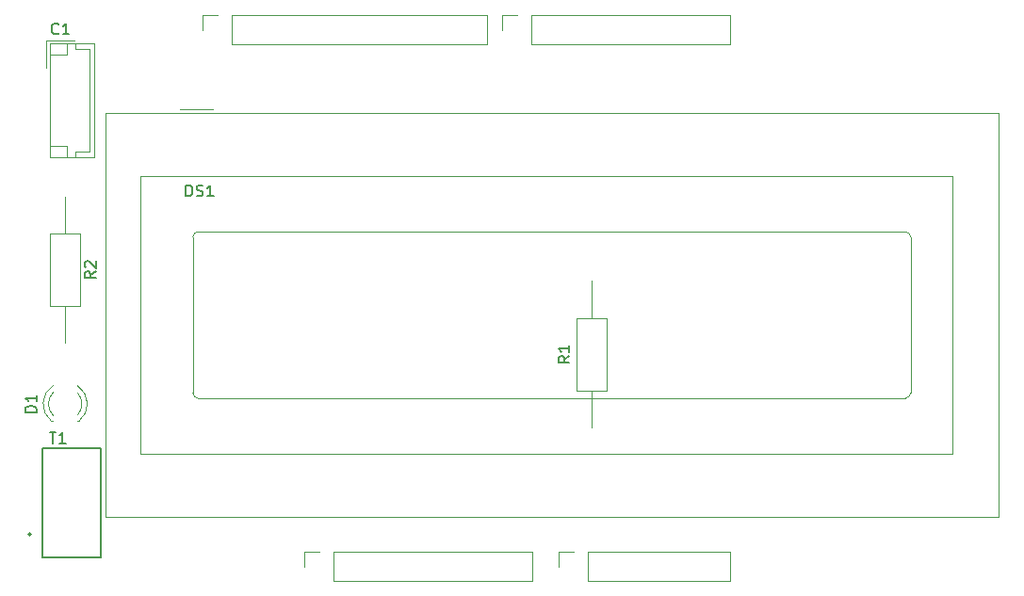
<source format=gbr>
%TF.GenerationSoftware,KiCad,Pcbnew,(7.0.0)*%
%TF.CreationDate,2023-06-18T11:15:54+02:00*%
%TF.ProjectId,Arduino_Shield_STATION-METEO,41726475-696e-46f5-9f53-6869656c645f,rev?*%
%TF.SameCoordinates,Original*%
%TF.FileFunction,Legend,Top*%
%TF.FilePolarity,Positive*%
%FSLAX46Y46*%
G04 Gerber Fmt 4.6, Leading zero omitted, Abs format (unit mm)*
G04 Created by KiCad (PCBNEW (7.0.0)) date 2023-06-18 11:15:54*
%MOMM*%
%LPD*%
G01*
G04 APERTURE LIST*
%ADD10C,0.150000*%
%ADD11C,0.120000*%
%ADD12C,0.152400*%
G04 APERTURE END LIST*
D10*
%TO.C,C1*%
X104488333Y-49512142D02*
X104440714Y-49559761D01*
X104440714Y-49559761D02*
X104297857Y-49607380D01*
X104297857Y-49607380D02*
X104202619Y-49607380D01*
X104202619Y-49607380D02*
X104059762Y-49559761D01*
X104059762Y-49559761D02*
X103964524Y-49464523D01*
X103964524Y-49464523D02*
X103916905Y-49369285D01*
X103916905Y-49369285D02*
X103869286Y-49178809D01*
X103869286Y-49178809D02*
X103869286Y-49035952D01*
X103869286Y-49035952D02*
X103916905Y-48845476D01*
X103916905Y-48845476D02*
X103964524Y-48750238D01*
X103964524Y-48750238D02*
X104059762Y-48655000D01*
X104059762Y-48655000D02*
X104202619Y-48607380D01*
X104202619Y-48607380D02*
X104297857Y-48607380D01*
X104297857Y-48607380D02*
X104440714Y-48655000D01*
X104440714Y-48655000D02*
X104488333Y-48702619D01*
X105440714Y-49607380D02*
X104869286Y-49607380D01*
X105155000Y-49607380D02*
X105155000Y-48607380D01*
X105155000Y-48607380D02*
X105059762Y-48750238D01*
X105059762Y-48750238D02*
X104964524Y-48845476D01*
X104964524Y-48845476D02*
X104869286Y-48893095D01*
%TO.C,R2*%
X107817380Y-70956666D02*
X107341190Y-71289999D01*
X107817380Y-71528094D02*
X106817380Y-71528094D01*
X106817380Y-71528094D02*
X106817380Y-71147142D01*
X106817380Y-71147142D02*
X106865000Y-71051904D01*
X106865000Y-71051904D02*
X106912619Y-71004285D01*
X106912619Y-71004285D02*
X107007857Y-70956666D01*
X107007857Y-70956666D02*
X107150714Y-70956666D01*
X107150714Y-70956666D02*
X107245952Y-71004285D01*
X107245952Y-71004285D02*
X107293571Y-71051904D01*
X107293571Y-71051904D02*
X107341190Y-71147142D01*
X107341190Y-71147142D02*
X107341190Y-71528094D01*
X106912619Y-70575713D02*
X106865000Y-70528094D01*
X106865000Y-70528094D02*
X106817380Y-70432856D01*
X106817380Y-70432856D02*
X106817380Y-70194761D01*
X106817380Y-70194761D02*
X106865000Y-70099523D01*
X106865000Y-70099523D02*
X106912619Y-70051904D01*
X106912619Y-70051904D02*
X107007857Y-70004285D01*
X107007857Y-70004285D02*
X107103095Y-70004285D01*
X107103095Y-70004285D02*
X107245952Y-70051904D01*
X107245952Y-70051904D02*
X107817380Y-70623332D01*
X107817380Y-70623332D02*
X107817380Y-70004285D01*
%TO.C,T1*%
X103683095Y-85397380D02*
X104254523Y-85397380D01*
X103968809Y-86397380D02*
X103968809Y-85397380D01*
X105111666Y-86397380D02*
X104540238Y-86397380D01*
X104825952Y-86397380D02*
X104825952Y-85397380D01*
X104825952Y-85397380D02*
X104730714Y-85540238D01*
X104730714Y-85540238D02*
X104635476Y-85635476D01*
X104635476Y-85635476D02*
X104540238Y-85683095D01*
%TO.C,D1*%
X102487380Y-83593094D02*
X101487380Y-83593094D01*
X101487380Y-83593094D02*
X101487380Y-83354999D01*
X101487380Y-83354999D02*
X101535000Y-83212142D01*
X101535000Y-83212142D02*
X101630238Y-83116904D01*
X101630238Y-83116904D02*
X101725476Y-83069285D01*
X101725476Y-83069285D02*
X101915952Y-83021666D01*
X101915952Y-83021666D02*
X102058809Y-83021666D01*
X102058809Y-83021666D02*
X102249285Y-83069285D01*
X102249285Y-83069285D02*
X102344523Y-83116904D01*
X102344523Y-83116904D02*
X102439761Y-83212142D01*
X102439761Y-83212142D02*
X102487380Y-83354999D01*
X102487380Y-83354999D02*
X102487380Y-83593094D01*
X102487380Y-82069285D02*
X102487380Y-82640713D01*
X102487380Y-82354999D02*
X101487380Y-82354999D01*
X101487380Y-82354999D02*
X101630238Y-82450237D01*
X101630238Y-82450237D02*
X101725476Y-82545475D01*
X101725476Y-82545475D02*
X101773095Y-82640713D01*
%TO.C,DS1*%
X115930714Y-64172380D02*
X115930714Y-63172380D01*
X115930714Y-63172380D02*
X116168809Y-63172380D01*
X116168809Y-63172380D02*
X116311666Y-63220000D01*
X116311666Y-63220000D02*
X116406904Y-63315238D01*
X116406904Y-63315238D02*
X116454523Y-63410476D01*
X116454523Y-63410476D02*
X116502142Y-63600952D01*
X116502142Y-63600952D02*
X116502142Y-63743809D01*
X116502142Y-63743809D02*
X116454523Y-63934285D01*
X116454523Y-63934285D02*
X116406904Y-64029523D01*
X116406904Y-64029523D02*
X116311666Y-64124761D01*
X116311666Y-64124761D02*
X116168809Y-64172380D01*
X116168809Y-64172380D02*
X115930714Y-64172380D01*
X116883095Y-64124761D02*
X117025952Y-64172380D01*
X117025952Y-64172380D02*
X117264047Y-64172380D01*
X117264047Y-64172380D02*
X117359285Y-64124761D01*
X117359285Y-64124761D02*
X117406904Y-64077142D01*
X117406904Y-64077142D02*
X117454523Y-63981904D01*
X117454523Y-63981904D02*
X117454523Y-63886666D01*
X117454523Y-63886666D02*
X117406904Y-63791428D01*
X117406904Y-63791428D02*
X117359285Y-63743809D01*
X117359285Y-63743809D02*
X117264047Y-63696190D01*
X117264047Y-63696190D02*
X117073571Y-63648571D01*
X117073571Y-63648571D02*
X116978333Y-63600952D01*
X116978333Y-63600952D02*
X116930714Y-63553333D01*
X116930714Y-63553333D02*
X116883095Y-63458095D01*
X116883095Y-63458095D02*
X116883095Y-63362857D01*
X116883095Y-63362857D02*
X116930714Y-63267619D01*
X116930714Y-63267619D02*
X116978333Y-63220000D01*
X116978333Y-63220000D02*
X117073571Y-63172380D01*
X117073571Y-63172380D02*
X117311666Y-63172380D01*
X117311666Y-63172380D02*
X117454523Y-63220000D01*
X118406904Y-64172380D02*
X117835476Y-64172380D01*
X118121190Y-64172380D02*
X118121190Y-63172380D01*
X118121190Y-63172380D02*
X118025952Y-63315238D01*
X118025952Y-63315238D02*
X117930714Y-63410476D01*
X117930714Y-63410476D02*
X117835476Y-63458095D01*
%TO.C,R1*%
X150397580Y-78551666D02*
X149921390Y-78884999D01*
X150397580Y-79123094D02*
X149397580Y-79123094D01*
X149397580Y-79123094D02*
X149397580Y-78742142D01*
X149397580Y-78742142D02*
X149445200Y-78646904D01*
X149445200Y-78646904D02*
X149492819Y-78599285D01*
X149492819Y-78599285D02*
X149588057Y-78551666D01*
X149588057Y-78551666D02*
X149730914Y-78551666D01*
X149730914Y-78551666D02*
X149826152Y-78599285D01*
X149826152Y-78599285D02*
X149873771Y-78646904D01*
X149873771Y-78646904D02*
X149921390Y-78742142D01*
X149921390Y-78742142D02*
X149921390Y-79123094D01*
X150397580Y-77599285D02*
X150397580Y-78170713D01*
X150397580Y-77884999D02*
X149397580Y-77884999D01*
X149397580Y-77884999D02*
X149540438Y-77980237D01*
X149540438Y-77980237D02*
X149635676Y-78075475D01*
X149635676Y-78075475D02*
X149683295Y-78170713D01*
D11*
%TO.C,J1*%
X129210000Y-98790000D02*
X147050000Y-98790000D01*
X129210000Y-98790000D02*
X129210000Y-96130000D01*
X147050000Y-98790000D02*
X147050000Y-96130000D01*
X126610000Y-97460000D02*
X126610000Y-96130000D01*
X126610000Y-96130000D02*
X127940000Y-96130000D01*
X129210000Y-96130000D02*
X147050000Y-96130000D01*
%TO.C,J3*%
X152070000Y-98790000D02*
X164830000Y-98790000D01*
X152070000Y-98790000D02*
X152070000Y-96130000D01*
X164830000Y-98790000D02*
X164830000Y-96130000D01*
X149470000Y-97460000D02*
X149470000Y-96130000D01*
X149470000Y-96130000D02*
X150800000Y-96130000D01*
X152070000Y-96130000D02*
X164830000Y-96130000D01*
%TO.C,J2*%
X120066000Y-50530000D02*
X142986000Y-50530000D01*
X120066000Y-50530000D02*
X120066000Y-47870000D01*
X142986000Y-50530000D02*
X142986000Y-47870000D01*
X117466000Y-49200000D02*
X117466000Y-47870000D01*
X117466000Y-47870000D02*
X118796000Y-47870000D01*
X120066000Y-47870000D02*
X142986000Y-47870000D01*
%TO.C,J4*%
X146990000Y-50530000D02*
X164830000Y-50530000D01*
X146990000Y-50530000D02*
X146990000Y-47870000D01*
X164830000Y-50530000D02*
X164830000Y-47870000D01*
X144390000Y-49200000D02*
X144390000Y-47870000D01*
X144390000Y-47870000D02*
X145720000Y-47870000D01*
X146990000Y-47870000D02*
X164830000Y-47870000D01*
%TO.C,C1*%
X105905000Y-50140000D02*
X103405000Y-50140000D01*
X103405000Y-50140000D02*
X103405000Y-52640000D01*
X107725000Y-50440000D02*
X103705000Y-50440000D01*
X106015000Y-50440000D02*
X106015000Y-50940000D01*
X105205000Y-50440000D02*
X105205000Y-51440000D01*
X103705000Y-50440000D02*
X103705000Y-60660000D01*
X107225000Y-50940000D02*
X107225000Y-60160000D01*
X106015000Y-50940000D02*
X107225000Y-50940000D01*
X105205000Y-51440000D02*
X103705000Y-51440000D01*
X105205000Y-59660000D02*
X103705000Y-59660000D01*
X107225000Y-60160000D02*
X106015000Y-60160000D01*
X106015000Y-60160000D02*
X106015000Y-60660000D01*
X107725000Y-60660000D02*
X107725000Y-50440000D01*
X105205000Y-60660000D02*
X105205000Y-59660000D01*
X103705000Y-60660000D02*
X107725000Y-60660000D01*
%TO.C,R2*%
X105080000Y-64210000D02*
X105080000Y-67520000D01*
X106450000Y-67520000D02*
X103710000Y-67520000D01*
X103710000Y-67520000D02*
X103710000Y-74060000D01*
X106450000Y-74060000D02*
X106450000Y-67520000D01*
X103710000Y-74060000D02*
X106450000Y-74060000D01*
X105080000Y-77370000D02*
X105080000Y-74060000D01*
D12*
%TO.C,T1*%
X108255000Y-86842800D02*
X103048000Y-86842800D01*
X103048000Y-86842800D02*
X103048000Y-96621800D01*
X108255000Y-96621800D02*
X108255000Y-86842800D01*
X103048000Y-96621800D02*
X108255000Y-96621800D01*
X102032000Y-94577100D02*
G75*
G03*
X102032000Y-94577100I-127000J0D01*
G01*
D11*
%TO.C,D1*%
X103844000Y-84415000D02*
X104000000Y-84415000D01*
X106160000Y-84415000D02*
X106316000Y-84415000D01*
X104001392Y-81182666D02*
G75*
G03*
X103844485Y-84414999I1078608J-1672334D01*
G01*
X104000164Y-81813871D02*
G75*
G03*
X104000001Y-83895960I1079836J-1041129D01*
G01*
X106159999Y-83895960D02*
G75*
G03*
X106159836Y-81813871I-1079999J1040960D01*
G01*
X106315515Y-84414999D02*
G75*
G03*
X106158608Y-81182666I-1235515J1559999D01*
G01*
%TO.C,DS1*%
X108720520Y-56720000D02*
X108720520Y-93000000D01*
X108720520Y-93000000D02*
X189000520Y-93000000D01*
X108730520Y-56720000D02*
X109520520Y-56720000D01*
X111860520Y-62360000D02*
X184860520Y-62360000D01*
X111860520Y-87360000D02*
X111860520Y-62360000D01*
X115360520Y-56360000D02*
X118360520Y-56360000D01*
X116560800Y-81859320D02*
X116560800Y-67860000D01*
X117060520Y-67360000D02*
X180560520Y-67360000D01*
X180561180Y-82360000D02*
X117060520Y-82360000D01*
X181060520Y-67860000D02*
X181060520Y-81860000D01*
X184860520Y-62360000D02*
X184860520Y-87360000D01*
X184860520Y-87360000D02*
X111860520Y-87360000D01*
X189000520Y-56720000D02*
X109520520Y-56720000D01*
X189000520Y-93000000D02*
X189000520Y-56720000D01*
X117061180Y-67358460D02*
G75*
G03*
X116560800Y-67858840I0J-500380D01*
G01*
X116560800Y-81859320D02*
G75*
G03*
X117061180Y-82359700I500380J0D01*
G01*
X181060520Y-67860000D02*
G75*
G03*
X180560520Y-67360000I-500000J0D01*
G01*
X180561180Y-82359640D02*
G75*
G03*
X181061560Y-81859320I40J500340D01*
G01*
%TO.C,R1*%
X152400200Y-84965000D02*
X152400200Y-81655000D01*
X151030200Y-81655000D02*
X153770200Y-81655000D01*
X153770200Y-81655000D02*
X153770200Y-75115000D01*
X151030200Y-75115000D02*
X151030200Y-81655000D01*
X153770200Y-75115000D02*
X151030200Y-75115000D01*
X152400200Y-71805000D02*
X152400200Y-75115000D01*
%TD*%
M02*

</source>
